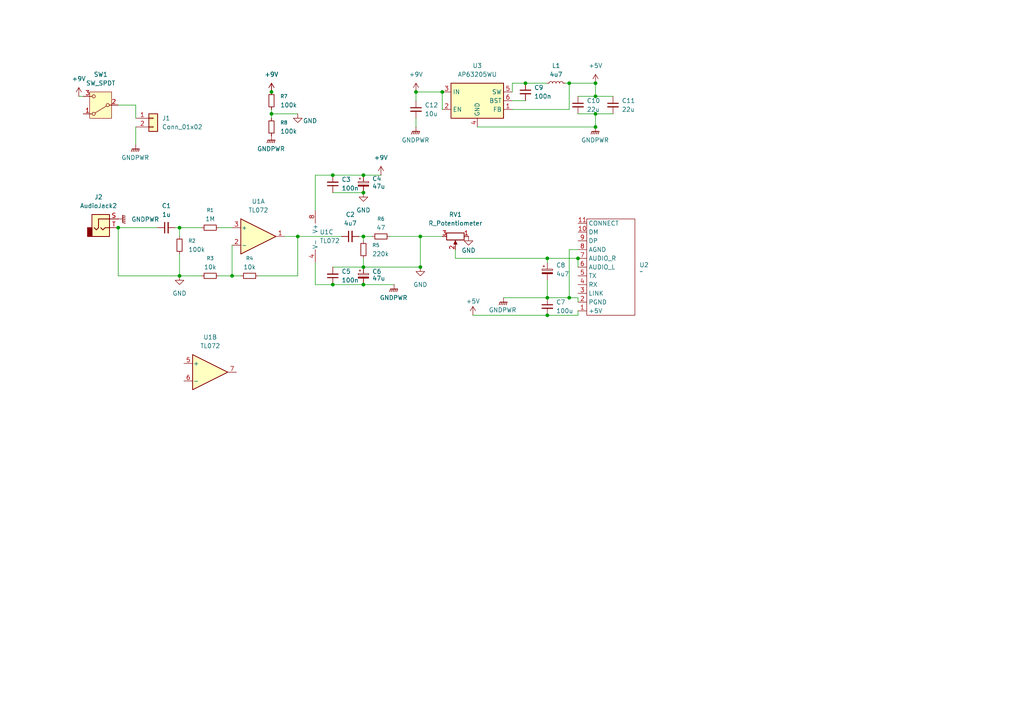
<source format=kicad_sch>
(kicad_sch (version 20250114) (generator "eeschema") (generator_version "9.0")
  (paper "A4")
  (lib_symbols
    (symbol "Amplifier_Operational:TL072" (pin_names (offset 0.127))
      (property "Reference" "U" (at 0 5.08 0))
      (property "Value" "TL072" (at 0 -5.08 0))
      (symbol "TL072_1_1"
        (polyline (pts (xy -5.08 5.08) (xy 5.08 0) (xy -5.08 -5.08) (xy -5.08 5.08)) (stroke (width 0.254)) (fill (type background)))
        (pin input line (at -7.62 2.54 0) (length 2.54) (name "+") (number "3"))
        (pin input line (at -7.62 -2.54 0) (length 2.54) (name "-") (number "2"))
        (pin output line (at 7.62 0 180) (length 2.54) (name "~") (number "1"))
      )
      (symbol "TL072_2_1"
        (polyline (pts (xy -5.08 5.08) (xy 5.08 0) (xy -5.08 -5.08) (xy -5.08 5.08)) (stroke (width 0.254)) (fill (type background)))
        (pin input line (at -7.62 2.54 0) (length 2.54) (name "+") (number "5"))
        (pin input line (at -7.62 -2.54 0) (length 2.54) (name "-") (number "6"))
        (pin output line (at 7.62 0 180) (length 2.54) (name "~") (number "7"))
      )
      (symbol "TL072_3_1"
        (pin power_in line (at -2.54 7.62 270) (length 3.81) (name "V+") (number "8"))
        (pin power_in line (at -2.54 -7.62 90) (length 3.81) (name "V-") (number "4"))
      )
    )
    (symbol "Connector_Audio:AudioJack2"
      (property "Reference" "J" (at 0 8.89 0))
      (property "Value" "AudioJack2" (at 0 6.35 0))
      (symbol "AudioJack2_0_1"
        (rectangle (start -3.81 0) (end -2.54 -2.54) (stroke (width 0.254)) (fill (type outline)))
        (rectangle (start -2.54 3.81) (end 2.54 -2.54) (stroke (width 0.254)) (fill (type background)))
        (polyline (pts (xy 0 0) (xy 0.635 -0.635) (xy 1.27 0) (xy 2.54 0)) (stroke (width 0.254)))
        (polyline (pts (xy 2.54 2.54) (xy -0.635 2.54) (xy -0.635 0) (xy -1.27 -0.635) (xy -1.905 0)) (stroke (width 0.254)))
      )
      (symbol "AudioJack2_1_1"
        (pin passive line (at 5.08 2.54 180) (length 2.54) (name "~") (number "S"))
        (pin passive line (at 5.08 0 180) (length 2.54) (name "~") (number "T"))
      )
    )
    (symbol "Connector_Generic:Conn_01x02" (pin_names (offset 1.016) (hide yes))
      (property "Reference" "J" (at 0 2.54 0))
      (property "Value" "Conn_01x02" (at 0 -5.08 0))
      (symbol "Conn_01x02_1_1"
        (rectangle (start -1.27 1.27) (end 1.27 -3.81) (stroke (width 0.254)) (fill (type background)))
        (rectangle (start -1.27 0.127) (end 0 -0.127) (stroke (width 0.1524)))
        (rectangle (start -1.27 -2.413) (end 0 -2.667) (stroke (width 0.1524)))
        (pin passive line (at -5.08 0 0) (length 3.81) (name "Pin_1") (number "1"))
        (pin passive line (at -5.08 -2.54 0) (length 3.81) (name "Pin_2") (number "2"))
      )
    )
    (symbol "Device:C_Polarized_Small" (pin_numbers (hide yes)) (pin_names (offset 0.254) (hide yes))
      (property "Reference" "C" (at 0.254 1.778 0))
      (property "Value" "C_Polarized_Small" (at 0.254 -2.032 0))
      (symbol "C_Polarized_Small_0_1"
        (rectangle (start -1.524 0.6858) (end 1.524 0.3048))
        (rectangle (start -1.524 -0.3048) (end 1.524 -0.6858) (fill (type outline)))
        (polyline (pts (xy -1.27 1.524) (xy -0.762 1.524)))
        (polyline (pts (xy -1.016 1.27) (xy -1.016 1.778)))
      )
      (symbol "C_Polarized_Small_1_1"
        (pin passive line (at 0 2.54 270) (length 1.8542) (name "~") (number "1"))
        (pin passive line (at 0 -2.54 90) (length 1.8542) (name "~") (number "2"))
      )
    )
    (symbol "Device:C_Small" (pin_numbers (hide yes)) (pin_names (offset 0.254) (hide yes))
      (property "Reference" "C" (at 0.254 1.778 0))
      (property "Value" "C_Small" (at 0.254 -2.032 0))
      (symbol "C_Small_0_1"
        (polyline (pts (xy -1.524 0.508) (xy 1.524 0.508)) (stroke (width 0.3048)))
        (polyline (pts (xy -1.524 -0.508) (xy 1.524 -0.508)) (stroke (width 0.3302)))
      )
      (symbol "C_Small_1_1"
        (pin passive line (at 0 2.54 270) (length 2.032) (name "~") (number "1"))
        (pin passive line (at 0 -2.54 90) (length 2.032) (name "~") (number "2"))
      )
    )
    (symbol "Device:L_Small" (pin_numbers (hide yes)) (pin_names (offset 0.254) (hide yes))
      (property "Reference" "L" (at 0.762 1.016 0))
      (property "Value" "L_Small" (at 0.762 -1.016 0))
      (symbol "L_Small_0_1"
        (arc (start 0 2.032) (mid 0.5058 1.524) (end 0 1.016))
        (arc (start 0 1.016) (mid 0.5058 0.508) (end 0 0))
        (arc (start 0 0) (mid 0.5058 -0.508) (end 0 -1.016))
        (arc (start 0 -1.016) (mid 0.5058 -1.524) (end 0 -2.032))
      )
      (symbol "L_Small_1_1"
        (pin passive line (at 0 2.54 270) (length 0.508) (name "~") (number "1"))
        (pin passive line (at 0 -2.54 90) (length 0.508) (name "~") (number "2"))
      )
    )
    (symbol "Device:R_Potentiometer" (pin_names (offset 1.016) (hide yes))
      (property "Reference" "RV" (at -4.445 0 90))
      (property "Value" "R_Potentiometer" (at -2.54 0 90))
      (symbol "R_Potentiometer_0_1"
        (rectangle (start 1.016 2.54) (end -1.016 -2.54) (stroke (width 0.254)))
        (polyline (pts (xy 1.143 0) (xy 2.286 0.508) (xy 2.286 -0.508) (xy 1.143 0)) (fill (type outline)))
        (polyline (pts (xy 2.54 0) (xy 1.524 0)))
      )
      (symbol "R_Potentiometer_1_1"
        (pin passive line (at 0 3.81 270) (length 1.27) (name "1") (number "1"))
        (pin passive line (at 0 -3.81 90) (length 1.27) (name "3") (number "3"))
        (pin passive line (at 3.81 0 180) (length 1.27) (name "2") (number "2"))
      )
    )
    (symbol "Device:R_Small" (pin_numbers (hide yes)) (pin_names (offset 0.254) (hide yes))
      (property "Reference" "R" (at 0 0 90))
      (property "Value" "R_Small" (at 1.778 0 90))
      (symbol "R_Small_0_1"
        (rectangle (start -0.762 1.778) (end 0.762 -1.778) (stroke (width 0.2032)))
      )
      (symbol "R_Small_1_1"
        (pin passive line (at 0 2.54 270) (length 0.762) (name "~") (number "1"))
        (pin passive line (at 0 -2.54 90) (length 0.762) (name "~") (number "2"))
      )
    )
    (symbol "Regulator_Switching:AP63205WU"
      (property "Reference" "U" (at -7.62 6.35 0))
      (property "Value" "AP63205WU" (at 2.54 6.35 0))
      (symbol "AP63205WU_0_1"
        (rectangle (start -7.62 5.08) (end 7.62 -5.08) (stroke (width 0.254)) (fill (type background)))
      )
      (symbol "AP63205WU_1_1"
        (pin power_in line (at -10.16 2.54 0) (length 2.54) (name "IN") (number "3"))
        (pin input line (at -10.16 -2.54 0) (length 2.54) (name "EN") (number "2"))
        (pin power_in line (at 0 -7.62 90) (length 2.54) (name "GND") (number "4"))
        (pin output line (at 10.16 2.54 180) (length 2.54) (name "SW") (number "5"))
        (pin passive line (at 10.16 0 180) (length 2.54) (name "BST") (number "6"))
        (pin input line (at 10.16 -2.54 180) (length 2.54) (name "FB") (number "1"))
      )
    )
    (symbol "Switch:SW_SPDT" (pin_names (offset 0) (hide yes))
      (property "Reference" "SW" (at 0 5.08 0))
      (property "Value" "SW_SPDT" (at 0 -5.08 0))
      (symbol "SW_SPDT_0_1"
        (circle (center -2.032 0) (radius 0.4572))
        (polyline (pts (xy -1.651 0.254) (xy 1.651 2.286)))
        (circle (center 2.032 2.54) (radius 0.4572))
        (circle (center 2.032 -2.54) (radius 0.4572))
      )
      (symbol "SW_SPDT_1_1"
        (rectangle (start -3.175 3.81) (end 3.175 -3.81) (fill (type background)))
        (pin passive line (at -5.08 0 0) (length 2.54) (name "B") (number "2"))
        (pin passive line (at 5.08 2.54 180) (length 2.54) (name "A") (number "1"))
        (pin passive line (at 5.08 -2.54 180) (length 2.54) (name "C") (number "3"))
      )
    )
    (symbol "VoltLibrary:BluetoothTransmitter"
      (property "Reference" "U" (at 6.858 29.21 0))
      (symbol "BluetoothTransmitter_0_1"
        (rectangle (start 13.97 27.94) (end 0 0))
      )
      (symbol "BluetoothTransmitter_1_1"
        (pin power_in line (at 16.51 26.67 180) (length 2.54) (name "+5V") (number "1"))
        (pin power_out line (at 16.51 24.13 180) (length 2.54) (name "PGND") (number "2"))
        (pin output line (at 16.51 21.59 180) (length 2.54) (name "LINK") (number "3"))
        (pin input line (at 16.51 19.05 180) (length 2.54) (name "RX") (number "4"))
        (pin output line (at 16.51 16.51 180) (length 2.54) (name "TX") (number "5"))
        (pin input line (at 16.51 13.97 180) (length 2.54) (name "AUDIO_L") (number "6"))
        (pin input line (at 16.51 11.43 180) (length 2.54) (name "AUDIO_R") (number "7"))
        (pin power_out line (at 16.51 8.89 180) (length 2.54) (name "AGND") (number "8"))
        (pin bidirectional line (at 16.51 6.35 180) (length 2.54) (name "DP") (number "9"))
        (pin bidirectional line (at 16.51 3.81 180) (length 2.54) (name "DM") (number "10"))
        (pin input line (at 16.51 1.27 180) (length 2.54) (name "CONNECT") (number "11"))
      )
    )
    (symbol "power:+5V" (power) (pin_numbers (hide yes)) (pin_names (offset 0) (hide yes))
      (property "Value" "+5V" (at 0 3.556 0))
      (symbol "+5V_0_1"
        (polyline (pts (xy -0.762 1.27) (xy 0 2.54)))
        (polyline (pts (xy 0 2.54) (xy 0.762 1.27)))
        (polyline (pts (xy 0 0) (xy 0 2.54)))
      )
      (symbol "+5V_1_1"
        (pin power_in line (at 0 0 90) (length 0) (name "~") (number "1"))
      )
    )
    (symbol "power:+9V" (power) (pin_numbers (hide yes)) (pin_names (offset 0) (hide yes))
      (property "Value" "+9V" (at 0 3.556 0))
      (symbol "+9V_0_1"
        (polyline (pts (xy -0.762 1.27) (xy 0 2.54)))
        (polyline (pts (xy 0 2.54) (xy 0.762 1.27)))
        (polyline (pts (xy 0 0) (xy 0 2.54)))
      )
      (symbol "+9V_1_1"
        (pin power_in line (at 0 0 90) (length 0) (name "~") (number "1"))
      )
    )
    (symbol "power:GND" (power) (pin_numbers (hide yes)) (pin_names (offset 0) (hide yes))
      (property "Value" "GND" (at 0 -3.81 0))
      (symbol "GND_0_1"
        (polyline (pts (xy 0 0) (xy 0 -1.27) (xy 1.27 -1.27) (xy 0 -2.54) (xy -1.27 -1.27) (xy 0 -1.27)))
      )
      (symbol "GND_1_1"
        (pin power_in line (at 0 0 270) (length 0) (name "~") (number "1"))
      )
    )
    (symbol "power:GNDPWR" (power) (pin_numbers (hide yes)) (pin_names (offset 0) (hide yes))
      (property "Value" "GNDPWR" (at 0 -3.302 0))
      (symbol "GNDPWR_0_1"
        (polyline (pts (xy -1.016 -1.27) (xy -1.27 -2.032) (xy -1.27 -2.032)) (stroke (width 0.2032)))
        (polyline (pts (xy -0.508 -1.27) (xy -0.762 -2.032) (xy -0.762 -2.032)) (stroke (width 0.2032)))
        (polyline (pts (xy 0 -1.27) (xy 0 0)))
        (polyline (pts (xy 0 -1.27) (xy -0.254 -2.032) (xy -0.254 -2.032)) (stroke (width 0.2032)))
        (polyline (pts (xy 0.508 -1.27) (xy 0.254 -2.032) (xy 0.254 -2.032)) (stroke (width 0.2032)))
        (polyline (pts (xy 1.016 -1.27) (xy -1.016 -1.27) (xy -1.016 -1.27)) (stroke (width 0.2032)))
        (polyline (pts (xy 1.016 -1.27) (xy 0.762 -2.032) (xy 0.762 -2.032) (xy 0.762 -2.032)) (stroke (width 0.2032)))
      )
      (symbol "GNDPWR_1_1"
        (pin power_in line (at 0 0 270) (length 0) (name "~") (number "1"))
      )
    )
  )
  (junction (at 96.52 50.8))
  (junction (at 86.36 68.58))
  (junction (at 158.75 86.36))
  (junction (at 152.4 24.13))
  (junction (at 165.1 24.13))
  (junction (at 105.41 77.47))
  (junction (at 52.07 66.04))
  (junction (at 34.29 66.04))
  (junction (at 158.75 91.44))
  (junction (at 165.1 86.36))
  (junction (at 121.92 77.47))
  (junction (at 105.41 82.55))
  (junction (at 172.72 27.94))
  (junction (at 105.41 68.58))
  (junction (at 167.64 74.93))
  (junction (at 96.52 82.55))
  (junction (at 172.72 24.13))
  (junction (at 128.27 26.67))
  (junction (at 52.07 80.01))
  (junction (at 67.31 80.01))
  (junction (at 105.41 50.8))
  (junction (at 120.65 26.67))
  (junction (at 121.92 68.58))
  (junction (at 172.72 36.83))
  (junction (at 78.74 26.67))
  (junction (at 105.41 55.88))
  (junction (at 78.74 33.02))
  (junction (at 158.75 74.93))
  (junction (at 172.72 33.02))
  (wire (pts (xy 172.72 27.94) (xy 177.8 27.94)))
  (wire (pts (xy 96.52 55.88) (xy 105.41 55.88)))
  (wire (pts (xy 167.64 33.02) (xy 172.72 33.02)))
  (wire (pts (xy 158.75 86.36) (xy 165.1 86.36)))
  (wire (pts (xy 105.41 77.47) (xy 121.92 77.47)))
  (wire (pts (xy 34.29 66.04) (xy 45.72 66.04)))
  (wire (pts (xy 105.41 68.58) (xy 107.95 68.58)))
  (wire (pts (xy 167.64 74.93) (xy 167.64 77.47)))
  (wire (pts (xy 63.5 80.01) (xy 67.31 80.01)))
  (wire (pts (xy 165.1 86.36) (xy 167.64 86.36)))
  (wire (pts (xy 52.07 80.01) (xy 58.42 80.01)))
  (wire (pts (xy 146.05 86.36) (xy 158.75 86.36)))
  (wire (pts (xy 120.65 26.67) (xy 120.65 29.21)))
  (wire (pts (xy 105.41 68.58) (xy 105.41 69.85)))
  (wire (pts (xy 34.29 66.04) (xy 34.29 80.01)))
  (wire (pts (xy 172.72 36.83) (xy 172.72 33.02)))
  (wire (pts (xy 113.03 68.58) (xy 121.92 68.58)))
  (wire (pts (xy 148.59 31.75) (xy 165.1 31.75)))
  (wire (pts (xy 78.74 31.75) (xy 78.74 33.02)))
  (wire (pts (xy 167.64 91.44) (xy 167.64 90.17)))
  (wire (pts (xy 167.64 27.94) (xy 172.72 27.94)))
  (wire (pts (xy 172.72 24.13) (xy 172.72 27.94)))
  (wire (pts (xy 105.41 82.55) (xy 114.3 82.55)))
  (wire (pts (xy 158.75 74.93) (xy 158.75 76.2)))
  (wire (pts (xy 104.14 68.58) (xy 105.41 68.58)))
  (wire (pts (xy 120.65 26.67) (xy 128.27 26.67)))
  (wire (pts (xy 163.83 24.13) (xy 165.1 24.13)))
  (wire (pts (xy 34.29 30.48) (xy 39.37 30.48)))
  (wire (pts (xy 67.31 80.01) (xy 69.85 80.01)))
  (wire (pts (xy 137.16 91.44) (xy 158.75 91.44)))
  (wire (pts (xy 128.27 26.67) (xy 128.27 31.75)))
  (wire (pts (xy 165.1 31.75) (xy 165.1 24.13)))
  (wire (pts (xy 148.59 29.21) (xy 152.4 29.21)))
  (wire (pts (xy 91.44 82.55) (xy 96.52 82.55)))
  (wire (pts (xy 152.4 24.13) (xy 158.75 24.13)))
  (wire (pts (xy 172.72 33.02) (xy 177.8 33.02)))
  (wire (pts (xy 91.44 50.8) (xy 96.52 50.8)))
  (wire (pts (xy 148.59 24.13) (xy 148.59 26.67)))
  (wire (pts (xy 167.64 86.36) (xy 167.64 87.63)))
  (wire (pts (xy 121.92 68.58) (xy 121.92 77.47)))
  (wire (pts (xy 86.36 68.58) (xy 86.36 80.01)))
  (wire (pts (xy 167.64 72.39) (xy 165.1 72.39)))
  (wire (pts (xy 91.44 76.2) (xy 91.44 82.55)))
  (wire (pts (xy 105.41 50.8) (xy 110.49 50.8)))
  (wire (pts (xy 132.08 72.39) (xy 132.08 74.93)))
  (wire (pts (xy 63.5 66.04) (xy 67.31 66.04)))
  (wire (pts (xy 120.65 34.29) (xy 120.65 36.83)))
  (wire (pts (xy 86.36 68.58) (xy 99.06 68.58)))
  (wire (pts (xy 52.07 66.04) (xy 52.07 68.58)))
  (wire (pts (xy 78.74 33.02) (xy 78.74 34.29)))
  (wire (pts (xy 82.55 68.58) (xy 86.36 68.58)))
  (wire (pts (xy 158.75 91.44) (xy 167.64 91.44)))
  (wire (pts (xy 39.37 30.48) (xy 39.37 34.29)))
  (wire (pts (xy 86.36 80.01) (xy 74.93 80.01)))
  (wire (pts (xy 96.52 77.47) (xy 105.41 77.47)))
  (wire (pts (xy 152.4 24.13) (xy 148.59 24.13)))
  (wire (pts (xy 165.1 24.13) (xy 172.72 24.13)))
  (wire (pts (xy 91.44 60.96) (xy 91.44 50.8)))
  (wire (pts (xy 52.07 73.66) (xy 52.07 80.01)))
  (wire (pts (xy 52.07 66.04) (xy 58.42 66.04)))
  (wire (pts (xy 138.43 36.83) (xy 172.72 36.83)))
  (wire (pts (xy 121.92 68.58) (xy 128.27 68.58)))
  (wire (pts (xy 158.75 74.93) (xy 167.64 74.93)))
  (wire (pts (xy 96.52 50.8) (xy 105.41 50.8)))
  (wire (pts (xy 105.41 74.93) (xy 105.41 77.47)))
  (wire (pts (xy 96.52 82.55) (xy 105.41 82.55)))
  (wire (pts (xy 39.37 36.83) (xy 39.37 41.91)))
  (wire (pts (xy 165.1 72.39) (xy 165.1 86.36)))
  (wire (pts (xy 158.75 81.28) (xy 158.75 86.36)))
  (wire (pts (xy 67.31 71.12) (xy 67.31 80.01)))
  (wire (pts (xy 22.86 27.94) (xy 24.13 27.94)))
  (wire (pts (xy 132.08 74.93) (xy 158.75 74.93)))
  (wire (pts (xy 78.74 33.02) (xy 86.36 33.02)))
  (wire (pts (xy 34.29 80.01) (xy 52.07 80.01)))
  (wire (pts (xy 50.8 66.04) (xy 52.07 66.04)))
  (symbol (lib_id "power:+9V") (at 120.65 26.67 0) (unit 1)
    (property "Reference" "#PWR015" (effects (hide yes)))
    (property "Value" "+9V" (at 120.65 21.59 0))
    (property "Description" "Power symbol creates a global label with name \"+9V\"" (effects (hide yes)))
  )
  (symbol (lib_id "Connector_Generic:Conn_01x02") (at 44.45 34.29 0) (unit 1)
    (property "Reference" "J1" (at 46.99 34.2899 0) (effects (justify left)))
    (property "Value" "Conn_01x02" (at 46.99 36.8299 0) (effects (justify left)))
    (property "Description" "Generic connector, single row, 01x02, script generated (kicad-library-utils/schlib/autogen/connector/)" (effects (hide yes)))
  )
  (symbol (lib_id "power:+9V") (at 110.49 50.8 0) (unit 1)
    (property "Reference" "#PWR04" (effects (hide yes)))
    (property "Value" "+9V" (at 110.49 45.72 0))
    (property "Description" "Power symbol creates a global label with name \"+9V\"" (effects (hide yes)))
  )
  (symbol (lib_id "Device:R_Small") (at 78.74 29.21 0) (unit 1)
    (property "Reference" "R7" (at 81.28 27.9399 0) (effects (font (size 1.016 1.016)) (justify left)))
    (property "Value" "100k" (at 81.28 30.4799 0) (effects (justify left)))
    (property "Description" "Resistor, small symbol" (effects (hide yes)))
  )
  (symbol (lib_id "Regulator_Switching:AP63205WU") (at 138.43 29.21 0) (unit 1)
    (property "Reference" "U3" (at 138.43 19.05 0))
    (property "Value" "AP63205WU" (at 138.43 21.59 0))
    (property "Footprint" "Package_TO_SOT_SMD:TSOT-23-6" (effects (hide yes)))
    (property "Datasheet" "https://www.diodes.com/assets/Datasheets/AP63200-AP63201-AP63203-AP63205.pdf" (effects (hide yes)))
    (property "Description" "2A, 1.1MHz Buck DC/DC Converter, fixed 5.0V output voltage, TSOT-23-6" (effects (hide yes)))
  )
  (symbol (lib_id "Amplifier_Operational:TL072") (at 93.98 68.58 0) (unit 3)
    (property "Reference" "U1" (at 92.71 67.3099 0) (effects (justify left)))
    (property "Value" "TL072" (at 92.71 69.8499 0) (effects (justify left)))
    (property "Datasheet" "http://www.ti.com/lit/ds/symlink/tl071.pdf" (effects (hide yes)))
    (property "Description" "Dual Low-Noise JFET-Input Operational Amplifiers, DIP-8/SOIC-8" (effects (hide yes)))
  )
  (symbol (lib_id "Device:L_Small") (at 161.29 24.13 90) (unit 1)
    (property "Reference" "L1" (at 161.29 19.05 90))
    (property "Value" "4u7" (at 161.29 21.59 90))
    (property "Description" "Inductor, small symbol" (effects (hide yes)))
  )
  (symbol (lib_id "Device:C_Small") (at 158.75 88.9 0) (unit 1)
    (property "Reference" "C7" (at 161.29 87.6362 0) (effects (justify left)))
    (property "Value" "100u" (at 161.29 90.1762 0) (effects (justify left)))
    (property "Description" "Unpolarized capacitor, small symbol" (effects (hide yes)))
  )
  (symbol (lib_id "power:GNDPWR") (at 146.05 86.36 0) (unit 1)
    (property "Reference" "#PWR018" (effects (hide yes)))
    (property "Value" "GNDPWR" (at 141.732 89.916 0) (effects (justify left)))
    (property "Description" "Power symbol creates a global label with name \"GNDPWR\" , global ground" (effects (hide yes)))
  )
  (symbol (lib_id "Device:C_Polarized_Small") (at 158.75 78.74 0) (unit 1)
    (property "Reference" "C8" (at 161.29 76.9238 0) (effects (justify left)))
    (property "Value" "4u7" (at 161.29 79.4638 0) (effects (justify left)))
    (property "Description" "Polarized capacitor, small symbol" (effects (hide yes)))
  )
  (symbol (lib_id "power:GNDPWR") (at 34.29 63.5 90) (unit 1)
    (property "Reference" "#PWR08" (effects (hide yes)))
    (property "Value" "GNDPWR" (at 38.1 63.6269 90) (effects (justify right)))
    (property "Description" "Power symbol creates a global label with name \"GNDPWR\" , global ground" (effects (hide yes)))
  )
  (symbol (lib_id "power:+9V") (at 22.86 27.94 0) (unit 1)
    (property "Reference" "#PWR02" (effects (hide yes)))
    (property "Value" "+9V" (at 22.86 22.86 0))
    (property "Description" "Power symbol creates a global label with name \"+9V\"" (effects (hide yes)))
  )
  (symbol (lib_id "Amplifier_Operational:TL072") (at 74.93 68.58 0) (unit 1)
    (property "Reference" "U1" (at 74.93 58.42 0))
    (property "Value" "TL072" (at 74.93 60.96 0))
    (property "Datasheet" "http://www.ti.com/lit/ds/symlink/tl071.pdf" (effects (hide yes)))
    (property "Description" "Dual Low-Noise JFET-Input Operational Amplifiers, DIP-8/SOIC-8" (effects (hide yes)))
  )
  (symbol (lib_id "Device:C_Small") (at 167.64 30.48 0) (unit 1)
    (property "Reference" "C10" (at 170.18 29.2162 0) (effects (justify left)))
    (property "Value" "22u" (at 170.18 31.7562 0) (effects (justify left)))
    (property "Description" "Unpolarized capacitor, small symbol" (effects (hide yes)))
  )
  (symbol (lib_id "Amplifier_Operational:TL072") (at 60.96 107.95 0) (unit 2)
    (property "Reference" "U1" (at 60.96 97.79 0))
    (property "Value" "TL072" (at 60.96 100.33 0))
    (property "Datasheet" "http://www.ti.com/lit/ds/symlink/tl071.pdf" (effects (hide yes)))
    (property "Description" "Dual Low-Noise JFET-Input Operational Amplifiers, DIP-8/SOIC-8" (effects (hide yes)))
  )
  (symbol (lib_id "Device:R_Small") (at 52.07 71.12 180) (unit 1)
    (property "Reference" "R2" (at 54.61 69.8499 0) (effects (font (size 1.016 1.016)) (justify right)))
    (property "Value" "100k" (at 54.61 72.3899 0) (effects (justify right)))
    (property "Description" "Resistor, small symbol" (effects (hide yes)))
  )
  (symbol (lib_id "Device:R_Small") (at 60.96 80.01 270) (unit 1)
    (property "Reference" "R3" (at 60.96 74.93 90) (effects (font (size 1.016 1.016))))
    (property "Value" "10k" (at 60.96 77.47 90))
    (property "Description" "Resistor, small symbol" (effects (hide yes)))
  )
  (symbol (lib_id "Device:R_Small") (at 110.49 68.58 90) (unit 1)
    (property "Reference" "R6" (at 110.49 63.5 90) (effects (font (size 1.016 1.016))))
    (property "Value" "47" (at 110.49 66.04 90))
    (property "Description" "Resistor, small symbol" (effects (hide yes)))
  )
  (symbol (lib_id "Device:C_Small") (at 96.52 53.34 180) (unit 1)
    (property "Reference" "C3" (at 99.06 52.0635 0) (effects (justify right)))
    (property "Value" "100n" (at 99.06 54.6035 0) (effects (justify right)))
    (property "Description" "Unpolarized capacitor, small symbol" (effects (hide yes)))
  )
  (symbol (lib_id "Device:R_Small") (at 105.41 72.39 0) (unit 1)
    (property "Reference" "R5" (at 107.95 71.1199 0) (effects (font (size 1.016 1.016)) (justify left)))
    (property "Value" "220k" (at 107.95 73.6599 0) (effects (justify left)))
    (property "Description" "Resistor, small symbol" (effects (hide yes)))
  )
  (symbol (lib_id "Device:R_Small") (at 60.96 66.04 90) (unit 1)
    (property "Reference" "R1" (at 60.96 60.96 90) (effects (font (size 1.016 1.016))))
    (property "Value" "1M" (at 60.96 63.5 90))
    (property "Description" "Resistor, small symbol" (effects (hide yes)))
  )
  (symbol (lib_id "Device:C_Small") (at 101.6 68.58 90) (unit 1)
    (property "Reference" "C2" (at 101.6063 62.23 90))
    (property "Value" "4u7" (at 101.6063 64.77 90))
    (property "Description" "Unpolarized capacitor, small symbol" (effects (hide yes)))
  )
  (symbol (lib_id "power:GND") (at 121.92 77.47 0) (unit 1)
    (property "Reference" "#PWR06" (effects (hide yes)))
    (property "Value" "GND" (at 121.92 82.55 0))
    (property "Description" "Power symbol creates a global label with name \"GND\" , ground" (effects (hide yes)))
  )
  (symbol (lib_id "power:+9V") (at 78.74 26.67 0) (unit 1)
    (property "Reference" "#PWR09" (effects (hide yes)))
    (property "Value" "+9V" (at 78.74 21.59 0))
    (property "Description" "Power symbol creates a global label with name \"+9V\"" (effects (hide yes)))
  )
  (symbol (lib_id "power:+9V") (at 78.74 26.67 0) (unit 1)
    (property "Reference" "#PWR010" (effects (hide yes)))
    (property "Value" "+9V" (at 78.74 21.59 0))
    (property "Description" "Power symbol creates a global label with name \"+9V\"" (effects (hide yes)))
  )
  (symbol (lib_id "Connector_Audio:AudioJack2") (at 29.21 66.04 0) (unit 1)
    (property "Reference" "J2" (at 28.575 57.15 0))
    (property "Value" "AudioJack2" (at 28.575 59.69 0))
    (property "Description" "Audio Jack, 2 Poles (Mono / TS)" (effects (hide yes)))
  )
  (symbol (lib_id "power:+5V") (at 172.72 24.13 0) (unit 1)
    (property "Reference" "#PWR016" (effects (hide yes)))
    (property "Value" "+5V" (at 172.72 19.05 0))
    (property "Description" "Power symbol creates a global label with name \"+5V\"" (effects (hide yes)))
  )
  (symbol (lib_id "power:GNDPWR") (at 172.72 36.83 0) (unit 1)
    (property "Reference" "#PWR014" (effects (hide yes)))
    (property "Value" "GNDPWR" (at 172.593 40.64 0))
    (property "Description" "Power symbol creates a global label with name \"GNDPWR\" , global ground" (effects (hide yes)))
  )
  (symbol (lib_id "Device:C_Polarized_Small") (at 105.41 53.34 0) (unit 1)
    (property "Reference" "C4" (at 107.95 51.816 0) (effects (justify left)))
    (property "Value" "47u" (at 107.95 54.0638 0) (effects (justify left)))
    (property "Description" "Polarized capacitor, small symbol" (effects (hide yes)))
  )
  (symbol (lib_id "power:GNDPWR") (at 39.37 41.91 0) (unit 1)
    (property "Reference" "#PWR01" (effects (hide yes)))
    (property "Value" "GNDPWR" (at 39.243 45.72 0))
    (property "Description" "Power symbol creates a global label with name \"GNDPWR\" , global ground" (effects (hide yes)))
  )
  (symbol (lib_id "Device:C_Small") (at 152.4 26.67 0) (unit 1)
    (property "Reference" "C9" (at 154.94 25.4062 0) (effects (justify left)))
    (property "Value" "100n" (at 154.94 27.9462 0) (effects (justify left)))
    (property "Description" "Unpolarized capacitor, small symbol" (effects (hide yes)))
  )
  (symbol (lib_id "Device:R_Small") (at 78.74 36.83 0) (unit 1)
    (property "Reference" "R8" (at 81.28 35.5599 0) (effects (font (size 1.016 1.016)) (justify left)))
    (property "Value" "100k" (at 81.28 38.0999 0) (effects (justify left)))
    (property "Description" "Resistor, small symbol" (effects (hide yes)))
  )
  (symbol (lib_id "Device:C_Polarized_Small") (at 105.41 80.01 0) (unit 1)
    (property "Reference" "C6" (at 107.95 78.74 0) (effects (justify left)))
    (property "Value" "47u" (at 107.95 80.7338 0) (effects (justify left)))
    (property "Description" "Polarized capacitor, small symbol" (effects (hide yes)))
  )
  (symbol (lib_id "power:GND") (at 86.36 33.02 0) (unit 1)
    (property "Reference" "#PWR012" (effects (hide yes)))
    (property "Value" "GND" (at 87.884 35.052 0) (effects (justify left)))
    (property "Description" "Power symbol creates a global label with name \"GND\" , ground" (effects (hide yes)))
  )
  (symbol (lib_id "Device:C_Small") (at 177.8 30.48 0) (unit 1)
    (property "Reference" "C11" (at 180.34 29.2162 0) (effects (justify left)))
    (property "Value" "22u" (at 180.34 31.7562 0) (effects (justify left)))
    (property "Description" "Unpolarized capacitor, small symbol" (effects (hide yes)))
  )
  (symbol (lib_id "power:GNDPWR") (at 120.65 36.83 0) (unit 1)
    (property "Reference" "#PWR017" (effects (hide yes)))
    (property "Value" "GNDPWR" (at 120.523 40.64 0))
    (property "Description" "Power symbol creates a global label with name \"GNDPWR\" , global ground" (effects (hide yes)))
  )
  (symbol (lib_id "VoltLibrary:BluetoothTransmitter") (at 184.15 63.5 180) (unit 1)
    (property "Reference" "U2" (at 185.42 76.8349 0) (effects (justify right)))
    (property "Value" "~" (at 185.42 78.74 0) (effects (justify right)))
  )
  (symbol (lib_id "power:GNDPWR") (at 78.74 39.37 0) (unit 1)
    (property "Reference" "#PWR011" (effects (hide yes)))
    (property "Value" "GNDPWR" (at 78.613 43.18 0))
    (property "Description" "Power symbol creates a global label with name \"GNDPWR\" , global ground" (effects (hide yes)))
  )
  (symbol (lib_id "power:+5V") (at 137.16 91.44 0) (unit 1)
    (property "Reference" "#PWR019" (effects (hide yes)))
    (property "Value" "+5V" (at 135.128 87.376 0) (effects (justify left)))
    (property "Description" "Power symbol creates a global label with name \"+5V\"" (effects (hide yes)))
  )
  (symbol (lib_id "power:GND") (at 52.07 80.01 0) (unit 1)
    (property "Reference" "#PWR03" (effects (hide yes)))
    (property "Value" "GND" (at 52.07 85.09 0))
    (property "Description" "Power symbol creates a global label with name \"GND\" , ground" (effects (hide yes)))
  )
  (symbol (lib_id "power:GNDPWR") (at 114.3 82.55 0) (unit 1)
    (property "Reference" "#PWR05" (effects (hide yes)))
    (property "Value" "GNDPWR" (at 114.173 86.36 0))
    (property "Description" "Power symbol creates a global label with name \"GNDPWR\" , global ground" (effects (hide yes)))
  )
  (symbol (lib_id "Device:C_Small") (at 120.65 31.75 0) (unit 1)
    (property "Reference" "C12" (at 123.19 30.4862 0) (effects (justify left)))
    (property "Value" "10u" (at 123.19 33.0262 0) (effects (justify left)))
    (property "Description" "Unpolarized capacitor, small symbol" (effects (hide yes)))
  )
  (symbol (lib_id "power:GND") (at 135.89 68.58 0) (unit 1)
    (property "Reference" "#PWR013" (effects (hide yes)))
    (property "Value" "GND" (at 133.858 72.644 0) (effects (justify left)))
    (property "Description" "Power symbol creates a global label with name \"GND\" , ground" (effects (hide yes)))
  )
  (symbol (lib_id "Device:R_Potentiometer") (at 132.08 68.58 270) (unit 1)
    (property "Reference" "RV1" (at 132.08 62.23 90))
    (property "Value" "R_Potentiometer" (at 132.08 64.77 90))
    (property "Description" "Potentiometer" (effects (hide yes)))
  )
  (symbol (lib_id "Switch:SW_SPDT") (at 29.21 30.48 180) (unit 1)
    (property "Reference" "SW1" (at 29.21 21.59 0))
    (property "Value" "SW_SPDT" (at 29.21 24.13 0))
    (property "Description" "Switch, single pole double throw" (effects (hide yes)))
  )
  (symbol (lib_id "Device:C_Small") (at 96.52 80.01 180) (unit 1)
    (property "Reference" "C5" (at 99.06 78.7335 0) (effects (justify right)))
    (property "Value" "100n" (at 99.06 81.2735 0) (effects (justify right)))
    (property "Description" "Unpolarized capacitor, small symbol" (effects (hide yes)))
  )
  (symbol (lib_id "Device:R_Small") (at 72.39 80.01 270) (unit 1)
    (property "Reference" "R4" (at 72.39 74.93 90) (effects (font (size 1.016 1.016))))
    (property "Value" "10k" (at 72.39 77.47 90))
    (property "Description" "Resistor, small symbol" (effects (hide yes)))
  )
  (symbol (lib_id "power:GND") (at 105.41 55.88 0) (unit 1)
    (property "Reference" "#PWR07" (effects (hide yes)))
    (property "Value" "GND" (at 105.41 60.96 0))
    (property "Description" "Power symbol creates a global label with name \"GND\" , ground" (effects (hide yes)))
  )
  (symbol (lib_id "Device:C_Small") (at 48.26 66.04 90) (unit 1)
    (property "Reference" "C1" (at 48.2663 59.69 90))
    (property "Value" "1u" (at 48.2663 62.23 90))
    (property "Description" "Unpolarized capacitor, small symbol" (effects (hide yes)))
  )
)
</source>
